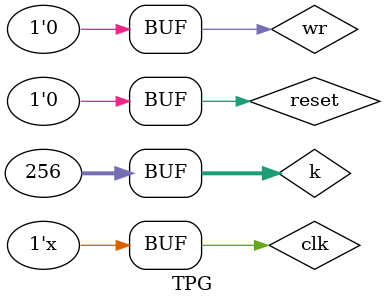
<source format=v>
`timescale 1ns / 1ps

module TPG;
	 reg clk , clk2;
	 reg reset;
	 reg wr;
	 
	wire [7:0] addr;
	wire [7:0] num;
   wire [7:0] a  , b , c , red_out;
   wire [7:0] r1 , r2 , sum  ,sum2 , out ;
	wire[7:0]  out2 , out3;
	 
	 integer k;
	 
	 
	 
lfsr_dd L1( clk , reset , a);
buft B1(b , c, a, clk);
distance1 D1 (clk , reset , b , c, num, red_out);
RAM1 R1( out,  addr, red_out , wr, clk);
buf2 B2(r1 , r2 , addr ,out , clk);
rca8 RCA1(r1 , r2, sum);
rca_s1 RCA2(r1 , r2, sum2);
MISR M1(sum, out2 , clk2 ,reset);
MISR M2(sum2, out3 , clk2 ,reset);


initial begin
		
		clk = 0;
		
    #20 reset = 1;
	 
	 #20 reset =0;
	  
		
for(k =0;k<256;k =k+1)
	   begin  
		#10  wr=1;
		#10  wr =0;
   end


	end
	
	always  #10 clk = ~clk;
	//always  #10 clk2 = ~clk2;

endmodule
</source>
